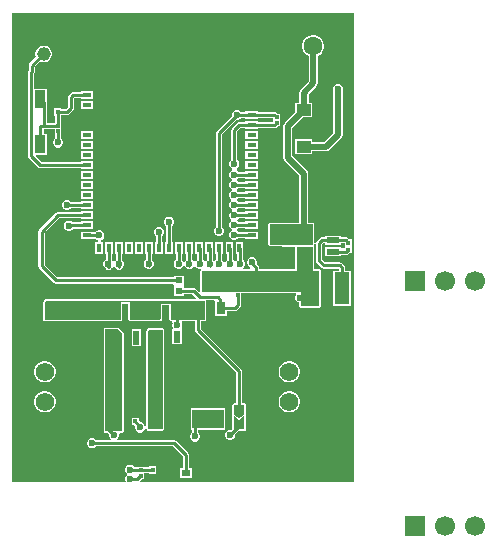
<source format=gbl>
G04*
G04 #@! TF.GenerationSoftware,Altium Limited,Altium Designer,24.2.2 (26)*
G04*
G04 Layer_Physical_Order=2*
G04 Layer_Color=16711680*
%FSLAX44Y44*%
%MOMM*%
G71*
G04*
G04 #@! TF.SameCoordinates,B64C3CBE-EE26-4C86-9773-21E75D238B38*
G04*
G04*
G04 #@! TF.FilePolarity,Positive*
G04*
G01*
G75*
%ADD10C,0.2540*%
%ADD36R,0.3240X0.3031*%
%ADD38C,0.5080*%
%ADD39C,1.6000*%
%ADD40R,1.7000X1.7000*%
%ADD41C,1.7000*%
%ADD42C,1.5748*%
%ADD43R,1.5748X1.5748*%
%ADD44C,1.1500*%
%ADD45C,1.5000*%
%ADD46C,0.6000*%
%ADD47R,1.2000X1.0000*%
%ADD48R,0.9000X1.5000*%
%AMCUSTOMSHAPE49*
4,1,5,0.4572,-0.1588,0.4572,0.5778,-0.4572,0.5778,-0.4572,-0.1588,0.0000,-0.5778,0.4572,-0.1588,0.0*%
%ADD49CUSTOMSHAPE49*%

%AMCUSTOMSHAPE50*
4,1,5,-0.4572,0.5525,-0.4572,-0.5525,0.4572,-0.5525,0.4572,0.5525,0.0000,0.1333,-0.4572,0.5525,0.0*%
%ADD50CUSTOMSHAPE50*%

%ADD51R,0.8000X1.0000*%
%ADD52R,0.7901X0.5400*%
%ADD53R,0.8000X0.4000*%
%ADD54R,0.4000X0.8000*%
%ADD55R,0.8000X0.8000*%
%ADD56R,1.2000X1.2000*%
%ADD57R,1.1000X0.5500*%
%ADD58R,1.3000X2.7200*%
%ADD59R,0.4900X1.1570*%
%ADD60R,0.4900X1.1750*%
%ADD61R,2.7000X1.6350*%
%ADD62R,0.9000X0.8000*%
%ADD63R,0.6000X1.0000*%
%ADD64R,0.8000X0.9000*%
%ADD65R,0.5400X0.5657*%
%ADD66R,0.3240X0.3684*%
%ADD67R,0.3684X0.3240*%
G36*
X332225Y171959D02*
X332225Y171958D01*
Y132588D01*
X332225Y132587D01*
Y91447D01*
X151320D01*
X150956Y92139D01*
X150865Y92717D01*
X152515Y94367D01*
X154528D01*
Y99431D01*
X158908D01*
Y98945D01*
X164688D01*
Y105169D01*
X158908D01*
Y104610D01*
X154528D01*
Y104769D01*
X151643D01*
X151392Y104819D01*
X146355D01*
X145298Y105876D01*
X143729Y106526D01*
X142030D01*
X140461Y105876D01*
X139260Y104675D01*
X138609Y103106D01*
Y101407D01*
X139260Y99838D01*
X139997Y99100D01*
X140374Y98410D01*
X140006Y97450D01*
X139382Y96827D01*
X138732Y95257D01*
Y93559D01*
X139080Y92717D01*
X138265Y91447D01*
X42679D01*
Y488689D01*
X332225D01*
Y171959D01*
D02*
G37*
%LPC*%
G36*
X70520Y461293D02*
X68672D01*
X66886Y460814D01*
X65286Y459890D01*
X63979Y458583D01*
X63054Y456982D01*
X62576Y455197D01*
Y453348D01*
X63028Y451661D01*
X57569Y446202D01*
X57008Y445362D01*
X56811Y444371D01*
Y439751D01*
X56789Y439719D01*
X56592Y438728D01*
Y367640D01*
X56789Y366648D01*
X57351Y365808D01*
X64935Y358224D01*
X65775Y357663D01*
X66766Y357465D01*
X100846D01*
Y356785D01*
X111386D01*
Y363325D01*
X100846D01*
Y362645D01*
X67839D01*
X62775Y367709D01*
X63301Y368979D01*
X72707D01*
Y386519D01*
X69526D01*
Y390861D01*
X78898D01*
Y385834D01*
X79198D01*
Y382671D01*
X78168Y381641D01*
X77518Y380071D01*
Y378373D01*
X78168Y376803D01*
X79369Y375602D01*
X80939Y374952D01*
X82637D01*
X84207Y375602D01*
X85408Y376803D01*
X86058Y378373D01*
Y380071D01*
X85408Y381641D01*
X84378Y382671D01*
Y385834D01*
X84678D01*
Y396237D01*
X84251D01*
Y401815D01*
X84424D01*
Y402337D01*
X89459D01*
X90450Y402534D01*
X91290Y403096D01*
X94541Y406347D01*
X95103Y407187D01*
X95300Y408178D01*
Y416503D01*
X95761Y416965D01*
X100846D01*
Y416285D01*
X111386D01*
Y422825D01*
X100846D01*
Y422144D01*
X94689D01*
X93698Y421947D01*
X92857Y421386D01*
X90879Y419407D01*
X90317Y418567D01*
X90120Y417576D01*
Y409251D01*
X88386Y407517D01*
X84424D01*
Y408039D01*
X78644D01*
Y401815D01*
X79071D01*
Y396237D01*
X78898D01*
Y396041D01*
X72186D01*
Y406977D01*
X72707D01*
Y424517D01*
X61772D01*
Y437924D01*
X61793Y437956D01*
X61990Y438947D01*
Y443298D01*
X66593Y447900D01*
X66886Y447731D01*
X68672Y447253D01*
X70520D01*
X72306Y447731D01*
X73906Y448655D01*
X75213Y449962D01*
X76138Y451563D01*
X76616Y453348D01*
Y455197D01*
X76138Y456982D01*
X75213Y458583D01*
X73906Y459890D01*
X72306Y460814D01*
X70520Y461293D01*
D02*
G37*
G36*
X111386Y414326D02*
X100846D01*
Y407786D01*
X111386D01*
Y414326D01*
D02*
G37*
G36*
X234021Y406860D02*
X232323D01*
X230753Y406210D01*
X229552Y405009D01*
X228902Y403439D01*
Y401982D01*
X216101Y389181D01*
X215539Y388341D01*
X215342Y387350D01*
Y307741D01*
X214312Y306711D01*
X213662Y305141D01*
Y303443D01*
X214312Y301873D01*
X215513Y300672D01*
X217083Y300022D01*
X218781D01*
X220351Y300672D01*
X221552Y301873D01*
X222202Y303443D01*
Y305141D01*
X221552Y306711D01*
X220522Y307741D01*
Y386277D01*
X232565Y398320D01*
X234021D01*
X235591Y398970D01*
X236603Y399982D01*
X240348D01*
Y399284D01*
X250888D01*
Y399965D01*
X263910D01*
X264064Y399811D01*
Y396666D01*
X264043Y396645D01*
X250888D01*
Y397326D01*
X240348D01*
Y396645D01*
X235306D01*
X234314Y396448D01*
X233474Y395887D01*
X229309Y391721D01*
X228747Y390881D01*
X228550Y389890D01*
Y364637D01*
X227520Y363607D01*
X226870Y362037D01*
Y360339D01*
X227520Y358769D01*
X228721Y357568D01*
X229360Y357303D01*
Y355929D01*
X228721Y355664D01*
X227520Y354463D01*
X226870Y352893D01*
Y351195D01*
X227520Y349625D01*
X228721Y348424D01*
X229054Y348286D01*
Y346912D01*
X228721Y346774D01*
X227520Y345573D01*
X226870Y344003D01*
Y342305D01*
X227520Y340735D01*
X228721Y339534D01*
X228747Y339523D01*
Y338149D01*
X228721Y338138D01*
X227520Y336937D01*
X226870Y335367D01*
Y333669D01*
X227520Y332099D01*
X228557Y331063D01*
X228649Y330327D01*
X228557Y329591D01*
X227520Y328555D01*
X226870Y326985D01*
Y325287D01*
X227520Y323717D01*
X228721Y322516D01*
X228747Y322505D01*
Y321131D01*
X228721Y321120D01*
X227520Y319919D01*
X226870Y318349D01*
Y316651D01*
X227520Y315081D01*
X228377Y314224D01*
X228597Y313436D01*
X228377Y312648D01*
X227520Y311791D01*
X226870Y310221D01*
Y308523D01*
X227520Y306953D01*
X228721Y305752D01*
X228747Y305741D01*
Y304367D01*
X228721Y304356D01*
X227520Y303155D01*
X226870Y301585D01*
Y299887D01*
X227520Y298317D01*
X228721Y297116D01*
X230291Y296466D01*
X231989D01*
X233559Y297116D01*
X234499Y298056D01*
X240348D01*
Y297286D01*
X250888D01*
Y303826D01*
X240348D01*
Y303236D01*
X234679D01*
X233559Y304356D01*
X233533Y304367D01*
Y305725D01*
X234437Y306623D01*
X240348D01*
Y305784D01*
X250888D01*
Y312325D01*
X240348D01*
Y311803D01*
X234748D01*
X233903Y312648D01*
X233683Y313436D01*
X233903Y314224D01*
X234617Y314938D01*
X240348D01*
Y314286D01*
X250888D01*
Y320826D01*
X240348D01*
Y320118D01*
X234561D01*
X233559Y321120D01*
X233533Y321131D01*
Y322505D01*
X233559Y322516D01*
X234548Y323506D01*
X240348D01*
Y322785D01*
X250888D01*
Y329325D01*
X240348D01*
Y328685D01*
X234629D01*
X233723Y329591D01*
X233631Y330327D01*
X233723Y331063D01*
X234608Y331947D01*
X240348D01*
Y331286D01*
X250888D01*
Y337826D01*
X240348D01*
Y337127D01*
X234570D01*
X233559Y338138D01*
X233533Y338149D01*
Y339523D01*
X233559Y339534D01*
X234539Y340515D01*
X240348D01*
Y339785D01*
X250888D01*
Y346325D01*
X240348D01*
Y345694D01*
X234638D01*
X233559Y346774D01*
X233226Y346912D01*
Y348286D01*
X233559Y348424D01*
X234345Y349210D01*
X240348D01*
Y348286D01*
X250888D01*
Y354826D01*
X240348D01*
Y354390D01*
X234790D01*
X234760Y354463D01*
X233559Y355664D01*
X232920Y355929D01*
Y357303D01*
X233559Y357568D01*
X234760Y358769D01*
X235410Y360339D01*
Y362037D01*
X234760Y363607D01*
X233730Y364637D01*
Y388817D01*
X236378Y391466D01*
X240348D01*
Y390786D01*
X250888D01*
Y391466D01*
X265116D01*
X266107Y391663D01*
X266947Y392224D01*
X267794Y393071D01*
X269844D01*
Y403473D01*
X267726D01*
X266814Y404386D01*
X265974Y404947D01*
X264983Y405144D01*
X250888D01*
Y405824D01*
X240348D01*
Y405162D01*
X236639D01*
X235591Y406210D01*
X234021Y406860D01*
D02*
G37*
G36*
X250888Y388824D02*
X240348D01*
Y382284D01*
X250888D01*
Y388824D01*
D02*
G37*
G36*
X111386D02*
X100846D01*
Y382284D01*
X111386D01*
Y388824D01*
D02*
G37*
G36*
X319619Y428704D02*
X317921D01*
X316351Y428054D01*
X315150Y426853D01*
X314500Y425283D01*
Y423585D01*
X314885Y422654D01*
Y387181D01*
X307250Y379546D01*
X297084D01*
Y381931D01*
X282544D01*
Y369391D01*
X297084D01*
Y371776D01*
X308859D01*
X310345Y372072D01*
X311606Y372914D01*
X321517Y382825D01*
X322359Y384085D01*
X322655Y385572D01*
Y422654D01*
X323040Y423585D01*
Y425283D01*
X322390Y426853D01*
X321189Y428054D01*
X319619Y428704D01*
D02*
G37*
G36*
X250888Y380325D02*
X240348D01*
Y373785D01*
X250888D01*
Y380325D01*
D02*
G37*
G36*
X111386D02*
X100846D01*
Y373785D01*
X111386D01*
Y380325D01*
D02*
G37*
G36*
X250888Y371824D02*
X240348D01*
Y365284D01*
X250888D01*
Y371824D01*
D02*
G37*
G36*
X111386D02*
X100846D01*
Y365284D01*
X111386D01*
Y371824D01*
D02*
G37*
G36*
X250888Y363325D02*
X240348D01*
Y356785D01*
X250888D01*
Y363325D01*
D02*
G37*
G36*
X111386Y354826D02*
X100846D01*
Y348286D01*
X111386D01*
Y354826D01*
D02*
G37*
G36*
Y346325D02*
X100846D01*
Y339785D01*
X111386D01*
Y346325D01*
D02*
G37*
G36*
Y337826D02*
X100846D01*
Y331286D01*
X111386D01*
Y337826D01*
D02*
G37*
G36*
X90257Y330660D02*
X88559D01*
X86989Y330010D01*
X85788Y328809D01*
X85138Y327239D01*
Y325541D01*
X85788Y323971D01*
X86989Y322770D01*
X88559Y322120D01*
X90257D01*
X91827Y322770D01*
X92689Y323633D01*
X100846D01*
Y322785D01*
X111386D01*
Y329325D01*
X100846D01*
Y328812D01*
X93025D01*
X91827Y330010D01*
X90257Y330660D01*
D02*
G37*
G36*
X299096Y470026D02*
X296656D01*
X294298Y469394D01*
X292184Y468174D01*
X290458Y466448D01*
X289238Y464334D01*
X288606Y461976D01*
Y459536D01*
X289238Y457178D01*
X290458Y455064D01*
X292184Y453338D01*
X293991Y452295D01*
Y430803D01*
X287321Y424133D01*
X286479Y422873D01*
X286183Y421386D01*
Y412929D01*
X282544D01*
Y404883D01*
X273605Y395944D01*
X272763Y394684D01*
X272467Y393197D01*
Y366268D01*
X272763Y364781D01*
X273605Y363521D01*
X285929Y351197D01*
Y311312D01*
X261562D01*
X261310Y311208D01*
X261036D01*
X260840Y311126D01*
X260647Y310933D01*
X260394Y310828D01*
X260289Y310576D01*
X260096Y310382D01*
Y310109D01*
X259991Y309856D01*
Y292608D01*
X260192Y292124D01*
X260388Y291642D01*
X260392Y291640D01*
X260394Y291636D01*
X260878Y291436D01*
X261358Y291233D01*
X281817Y291115D01*
X282343Y290322D01*
Y272023D01*
X251764D01*
Y273384D01*
X251567Y274375D01*
X251005Y275215D01*
X249939Y276282D01*
X250142Y276773D01*
Y278471D01*
X249492Y280041D01*
X248291Y281242D01*
X246721Y281892D01*
X245023D01*
X243453Y281242D01*
X242252Y280041D01*
X241602Y278471D01*
Y276773D01*
X242252Y275203D01*
X243453Y274002D01*
X245023Y273352D01*
X245026Y273293D01*
X243832Y272023D01*
X238871D01*
X238437Y273293D01*
X239332Y274187D01*
X239982Y275757D01*
Y277455D01*
X239332Y279025D01*
X238131Y280226D01*
X238129Y280227D01*
Y284534D01*
X238637D01*
Y295074D01*
X232097D01*
Y284534D01*
X232950D01*
Y279882D01*
X232257Y279189D01*
X231521Y279097D01*
X230786Y279189D01*
X229749Y280226D01*
X229689Y280251D01*
Y284534D01*
X230138D01*
Y295074D01*
X223598D01*
Y284534D01*
X224509D01*
Y279824D01*
X223710Y279025D01*
X223445Y278386D01*
X222071D01*
X221806Y279025D01*
X220866Y279965D01*
Y284534D01*
X221636D01*
Y295074D01*
X215096D01*
Y284534D01*
X215686D01*
Y280145D01*
X215079Y279537D01*
X214249Y279167D01*
X213419Y279537D01*
X212731Y280226D01*
X212680Y280247D01*
Y284534D01*
X213137D01*
Y295074D01*
X206597D01*
Y284534D01*
X207500D01*
Y279833D01*
X206856Y279189D01*
X206121Y279097D01*
X205385Y279189D01*
X204349Y280226D01*
X204238Y280272D01*
Y284534D01*
X204636D01*
Y295074D01*
X198096D01*
Y284534D01*
X199058D01*
Y279773D01*
X198310Y279025D01*
X198172Y278692D01*
X196798D01*
X196660Y279025D01*
X195543Y280141D01*
Y284534D01*
X196137D01*
Y295074D01*
X189597D01*
Y284534D01*
X190364D01*
Y279968D01*
X189420Y279025D01*
X189155Y278386D01*
X187781D01*
X187516Y279025D01*
X186721Y279820D01*
Y284534D01*
X187636D01*
Y295074D01*
X181096D01*
Y284534D01*
X181541D01*
Y280252D01*
X181477Y280226D01*
X180276Y279025D01*
X179626Y277455D01*
Y275757D01*
X180276Y274187D01*
X181477Y272986D01*
X183047Y272336D01*
X184745D01*
X186315Y272986D01*
X187516Y274187D01*
X187781Y274826D01*
X189155D01*
X189420Y274187D01*
X190621Y272986D01*
X191209Y272743D01*
X192049Y272181D01*
X193040Y271984D01*
X194031Y272181D01*
X194871Y272743D01*
X195459Y272986D01*
X196660Y274187D01*
X196798Y274520D01*
X198172D01*
X198310Y274187D01*
X199511Y272986D01*
X201081Y272336D01*
X202162D01*
X202522Y271892D01*
X202773Y271080D01*
X202403Y269964D01*
X202419Y269739D01*
X202333Y269531D01*
Y253492D01*
X202351Y253450D01*
X201274Y252730D01*
X198427Y255577D01*
X197587Y256139D01*
X196596Y256336D01*
X189018D01*
X188120Y257234D01*
Y257844D01*
X188120Y259114D01*
Y266501D01*
X180180D01*
Y264992D01*
X81316D01*
X70408Y275901D01*
Y302711D01*
X82861Y315164D01*
X100846D01*
Y314286D01*
X111386D01*
Y320826D01*
X100846D01*
Y320344D01*
X81788D01*
X80797Y320147D01*
X79957Y319585D01*
X65987Y305615D01*
X65425Y304775D01*
X65228Y303784D01*
Y274828D01*
X65425Y273837D01*
X65987Y272997D01*
X78412Y260571D01*
X79253Y260010D01*
X80244Y259813D01*
X179282D01*
X180180Y258915D01*
Y258304D01*
X180180Y257034D01*
Y249648D01*
X188120D01*
Y251156D01*
X195523D01*
X198918Y247762D01*
X198432Y246588D01*
X71270D01*
X70992Y246473D01*
X70692Y246461D01*
X70525Y246280D01*
X70298Y246186D01*
X70183Y245908D01*
X69980Y245687D01*
X69575Y244584D01*
X69585Y244338D01*
X69491Y244111D01*
Y229108D01*
X69894Y228136D01*
X70866Y227733D01*
X133972D01*
X134346Y227888D01*
X134743Y227970D01*
X135735Y228642D01*
X135810Y228755D01*
X135936Y228808D01*
X136091Y229182D01*
X136314Y229520D01*
X136286Y229654D01*
X136339Y229780D01*
X136339Y230378D01*
Y242515D01*
X141029D01*
Y230378D01*
X141029Y229780D01*
X141081Y229654D01*
X141054Y229520D01*
X141277Y229182D01*
X141432Y228808D01*
X141558Y228755D01*
X141633Y228642D01*
X142625Y227970D01*
X143022Y227888D01*
X143396Y227733D01*
X168474D01*
X168846Y227887D01*
X169241Y227967D01*
X169318Y228083D01*
X169446Y228136D01*
X169600Y228508D01*
X169823Y228844D01*
X170053Y230019D01*
X170026Y230154D01*
X170079Y230282D01*
X170079Y230378D01*
X170079Y230378D01*
X170079Y230378D01*
Y241448D01*
X175869D01*
Y230378D01*
X175869Y230378D01*
X175869Y230378D01*
X175869Y230282D01*
X175922Y230154D01*
X175895Y230019D01*
X176125Y228844D01*
X176348Y228508D01*
X176502Y228136D01*
X176630Y228083D01*
X176707Y227967D01*
X177102Y227887D01*
X177474Y227733D01*
X178243D01*
X178555Y227310D01*
X178908Y226463D01*
X178356Y225131D01*
Y223433D01*
X178912Y222091D01*
X178389Y220821D01*
X178204D01*
Y208281D01*
X186744D01*
Y220821D01*
X186744D01*
X186340Y222091D01*
X186896Y223433D01*
Y225131D01*
X186344Y226463D01*
X186873Y227733D01*
X197968D01*
Y220212D01*
X198165Y219221D01*
X198727Y218381D01*
X232590Y184517D01*
Y158417D01*
X230608D01*
X229636Y158014D01*
X229233Y157042D01*
Y149676D01*
X229246Y149647D01*
X229235Y149617D01*
X229595Y148700D01*
X229424Y148232D01*
X229233Y147771D01*
Y136772D01*
X228304Y135842D01*
X226847D01*
X225277Y135192D01*
X224076Y133991D01*
X223426Y132421D01*
Y130723D01*
X224076Y129153D01*
X225277Y127952D01*
X226847Y127302D01*
X228545D01*
X230115Y127952D01*
X231316Y129153D01*
X231966Y130723D01*
Y132179D01*
X235134Y135348D01*
X239752D01*
X240724Y135750D01*
X241127Y136722D01*
Y147771D01*
X240936Y148232D01*
X240765Y148700D01*
X241125Y149617D01*
X241114Y149647D01*
X241127Y149676D01*
Y157042D01*
X240724Y158014D01*
X239752Y158417D01*
X237770D01*
Y185590D01*
X237573Y186581D01*
X237011Y187421D01*
X203148Y221285D01*
Y227733D01*
X205828D01*
X206800Y228136D01*
X207203Y229108D01*
Y245214D01*
X207439Y245568D01*
X213165D01*
X214288Y245214D01*
Y232674D01*
X224828D01*
Y236354D01*
X231324D01*
X232315Y236551D01*
X233155Y237113D01*
X235765Y239723D01*
X236327Y240563D01*
X236524Y241554D01*
Y247399D01*
X236824D01*
Y251609D01*
X282891D01*
X283417Y250339D01*
X283400Y250323D01*
X282750Y248753D01*
Y247055D01*
X283400Y245485D01*
X284601Y244284D01*
X285899Y243746D01*
Y240792D01*
X286302Y239820D01*
X287274Y239417D01*
X303022D01*
X303994Y239820D01*
X304029Y239904D01*
X304106Y239936D01*
X304508Y240908D01*
Y270648D01*
X304106Y271620D01*
X304029Y271652D01*
X303994Y271736D01*
X303022Y272139D01*
X298809D01*
Y290322D01*
X298406Y291294D01*
X298511Y292327D01*
X298712Y292811D01*
X298914Y293295D01*
X300082Y293286D01*
X300178Y293285D01*
X300178Y292867D01*
Y278892D01*
X300375Y277901D01*
X300937Y277061D01*
X304747Y273251D01*
X305587Y272689D01*
X306578Y272492D01*
X319221D01*
X319482Y272231D01*
Y270648D01*
X314594D01*
Y240908D01*
X330134D01*
Y270648D01*
X324662D01*
Y273304D01*
X324465Y274295D01*
X323903Y275135D01*
X322125Y276913D01*
X321285Y277475D01*
X320294Y277672D01*
X307651D01*
X305358Y279965D01*
Y293059D01*
X306127Y293828D01*
X307997D01*
Y292398D01*
X321537D01*
Y293828D01*
X324473D01*
X324770Y293531D01*
Y289508D01*
X321537D01*
Y290938D01*
X307997D01*
Y282898D01*
X321537D01*
Y284329D01*
X326206D01*
X327197Y284526D01*
X328037Y285087D01*
X328433Y285483D01*
X330550D01*
Y297193D01*
X328433D01*
X327377Y298249D01*
X326536Y298811D01*
X325545Y299008D01*
X321537D01*
Y300438D01*
X307997D01*
Y299008D01*
X305054D01*
X304063Y298811D01*
X303223Y298249D01*
X300937Y295963D01*
X300375Y295123D01*
X300257Y294527D01*
X300178Y294132D01*
X298914Y294145D01*
X298914Y294561D01*
Y309938D01*
X298511Y310910D01*
X297539Y311312D01*
X293699D01*
Y352806D01*
X293403Y354293D01*
X292561Y355553D01*
X280237Y367877D01*
Y391588D01*
X289038Y400389D01*
X297084D01*
Y412929D01*
X293953D01*
Y419777D01*
X300623Y426447D01*
X301465Y427707D01*
X301761Y429194D01*
Y452295D01*
X303568Y453338D01*
X305294Y455064D01*
X306514Y457178D01*
X307146Y459536D01*
Y461976D01*
X306514Y464334D01*
X305294Y466448D01*
X303568Y468174D01*
X301454Y469394D01*
X299096Y470026D01*
D02*
G37*
G36*
X91646Y313115D02*
X89948D01*
X88378Y312465D01*
X87177Y311264D01*
X86527Y309694D01*
Y307995D01*
X87177Y306426D01*
X88378Y305225D01*
X89948Y304575D01*
X91646D01*
X93216Y305225D01*
X94351Y306360D01*
X100846D01*
Y305784D01*
X111386D01*
Y312325D01*
X100846D01*
Y311539D01*
X94141D01*
X93216Y312465D01*
X91646Y313115D01*
D02*
G37*
G36*
X117689Y304752D02*
X115991D01*
X114421Y304102D01*
X113428Y303109D01*
X111386D01*
Y303826D01*
X100846D01*
Y297286D01*
X111386D01*
Y297929D01*
X113354D01*
X114421Y296862D01*
X115672Y296344D01*
X115420Y295074D01*
X113098D01*
Y284534D01*
X119638D01*
Y295074D01*
X118260D01*
X118008Y296344D01*
X119259Y296862D01*
X120460Y298063D01*
X121110Y299633D01*
Y301331D01*
X120460Y302901D01*
X119259Y304102D01*
X117689Y304752D01*
D02*
G37*
G36*
X176617Y316436D02*
X174919D01*
X173349Y315786D01*
X172148Y314585D01*
X171498Y313015D01*
Y311317D01*
X172148Y309747D01*
X173277Y308618D01*
Y295074D01*
X172597D01*
Y284534D01*
X179137D01*
Y295074D01*
X178457D01*
Y308816D01*
X179388Y309747D01*
X180038Y311317D01*
Y313015D01*
X179388Y314585D01*
X178187Y315786D01*
X176617Y316436D01*
D02*
G37*
G36*
X167981Y307546D02*
X166283D01*
X164713Y306896D01*
X163512Y305695D01*
X162862Y304125D01*
Y302427D01*
X163512Y300857D01*
X164713Y299656D01*
X164778Y299629D01*
Y295074D01*
X164098D01*
Y284534D01*
X170638D01*
Y295074D01*
X169958D01*
Y300063D01*
X170752Y300857D01*
X171402Y302427D01*
Y304125D01*
X170752Y305695D01*
X169551Y306896D01*
X167981Y307546D01*
D02*
G37*
G36*
X153638Y295074D02*
X147098D01*
Y284534D01*
X153638D01*
Y295074D01*
D02*
G37*
G36*
X145137D02*
X138597D01*
Y284534D01*
X145137D01*
Y295074D01*
D02*
G37*
G36*
X136638D02*
X130098D01*
Y284534D01*
X130769D01*
Y280064D01*
X129730Y279025D01*
X129592Y278692D01*
X128218D01*
X128080Y279025D01*
X127253Y279852D01*
Y284534D01*
X128136D01*
Y295074D01*
X121596D01*
Y284534D01*
X122073D01*
Y280239D01*
X122041Y280226D01*
X120840Y279025D01*
X120190Y277455D01*
Y275757D01*
X120840Y274187D01*
X122033Y272994D01*
X122067Y272821D01*
X122629Y271981D01*
X123469Y271419D01*
X124460Y271222D01*
X125451Y271419D01*
X126291Y271981D01*
X126494Y272184D01*
X127056Y273024D01*
X127090Y273198D01*
X128080Y274187D01*
X128218Y274520D01*
X129592D01*
X129730Y274187D01*
X130931Y272986D01*
X131049Y272937D01*
X131519Y272235D01*
X132359Y271673D01*
X133350Y271476D01*
X134341Y271673D01*
X135181Y272235D01*
X135190Y272244D01*
X135655Y272939D01*
X135769Y272986D01*
X136970Y274187D01*
X137620Y275757D01*
Y277455D01*
X136970Y279025D01*
X135949Y280046D01*
Y284534D01*
X136638D01*
Y295074D01*
D02*
G37*
G36*
X162137D02*
X155597D01*
Y284534D01*
X156092D01*
Y280232D01*
X156077Y280226D01*
X154876Y279025D01*
X154226Y277455D01*
Y275757D01*
X154876Y274187D01*
X156077Y272986D01*
X157647Y272336D01*
X158005D01*
X158496Y272238D01*
X158988Y272336D01*
X159345D01*
X160915Y272986D01*
X162116Y274187D01*
X162766Y275757D01*
Y277455D01*
X162116Y279025D01*
X161271Y279869D01*
Y284534D01*
X162137D01*
Y295074D01*
D02*
G37*
G36*
X151904Y220906D02*
X144464D01*
Y206616D01*
X151904D01*
Y220906D01*
D02*
G37*
G36*
X278826Y194310D02*
X276418D01*
X274093Y193687D01*
X272008Y192483D01*
X270305Y190781D01*
X269101Y188696D01*
X268478Y186370D01*
Y183962D01*
X269101Y181637D01*
X270305Y179552D01*
X272008Y177849D01*
X274093Y176645D01*
X276418Y176022D01*
X278826D01*
X281152Y176645D01*
X283237Y177849D01*
X284939Y179552D01*
X286143Y181637D01*
X286766Y183962D01*
Y186370D01*
X286143Y188696D01*
X284939Y190781D01*
X283237Y192483D01*
X281152Y193687D01*
X278826Y194310D01*
D02*
G37*
G36*
X71816D02*
X69408D01*
X67083Y193687D01*
X64998Y192483D01*
X63295Y190781D01*
X62091Y188696D01*
X61468Y186370D01*
Y183962D01*
X62091Y181637D01*
X63295Y179552D01*
X64998Y177849D01*
X67083Y176645D01*
X69408Y176022D01*
X71816D01*
X74142Y176645D01*
X76227Y177849D01*
X77929Y179552D01*
X79133Y181637D01*
X79756Y183962D01*
Y186370D01*
X79133Y188696D01*
X77929Y190781D01*
X76227Y192483D01*
X74142Y193687D01*
X71816Y194310D01*
D02*
G37*
G36*
X278826Y168910D02*
X276418D01*
X274093Y168287D01*
X272008Y167083D01*
X270305Y165380D01*
X269101Y163295D01*
X268478Y160970D01*
Y158562D01*
X269101Y156236D01*
X270305Y154151D01*
X272008Y152449D01*
X274093Y151245D01*
X276418Y150622D01*
X278826D01*
X281152Y151245D01*
X283237Y152449D01*
X284939Y154151D01*
X286143Y156236D01*
X286766Y158562D01*
Y160970D01*
X286143Y163295D01*
X284939Y165380D01*
X283237Y167083D01*
X281152Y168287D01*
X278826Y168910D01*
D02*
G37*
G36*
X71816D02*
X69408D01*
X67083Y168287D01*
X64998Y167083D01*
X63295Y165380D01*
X62091Y163295D01*
X61468Y160970D01*
Y158562D01*
X62091Y156236D01*
X63295Y154151D01*
X64998Y152449D01*
X67083Y151245D01*
X69408Y150622D01*
X71816D01*
X74142Y151245D01*
X76227Y152449D01*
X77929Y154151D01*
X79133Y156236D01*
X79756Y158562D01*
Y160970D01*
X79133Y163295D01*
X77929Y165380D01*
X76227Y167083D01*
X74142Y168287D01*
X71816Y168910D01*
D02*
G37*
G36*
X159204Y222196D02*
X158232Y221793D01*
Y221793D01*
X157016Y220577D01*
X156613Y219605D01*
X156613Y219605D01*
Y139774D01*
X155343Y139521D01*
X155004Y140341D01*
X153803Y141542D01*
X152233Y142192D01*
X151767D01*
X149956Y144003D01*
Y145912D01*
X144176D01*
Y140341D01*
X146293D01*
X147333Y139301D01*
X147114Y138771D01*
Y137073D01*
X147764Y135503D01*
X148965Y134302D01*
X150535Y133652D01*
X152233D01*
X153803Y134302D01*
X155004Y135503D01*
X155412Y136487D01*
X155665Y136522D01*
X156734Y136361D01*
X157016Y135680D01*
X157988Y135277D01*
X170180D01*
X171152Y135680D01*
X171406Y135934D01*
X171809Y136906D01*
X171809Y136906D01*
Y139096D01*
X171643Y139496D01*
Y144476D01*
X171809Y144876D01*
Y220726D01*
X171406Y221698D01*
X170434Y222101D01*
X167974D01*
X167744Y222196D01*
X167744Y222196D01*
X159205D01*
X159204Y222196D01*
D02*
G37*
G36*
X132831Y222355D02*
X132831Y222355D01*
X121920D01*
X120948Y221952D01*
X120545Y220980D01*
Y134874D01*
X120948Y133902D01*
X121920Y133499D01*
X123696D01*
X125016Y132179D01*
Y130723D01*
X125666Y129153D01*
X126500Y128320D01*
X125980Y127050D01*
X113939D01*
X112909Y128080D01*
X111339Y128730D01*
X109641D01*
X108071Y128080D01*
X106870Y126879D01*
X106220Y125309D01*
Y123611D01*
X106870Y122041D01*
X108071Y120840D01*
X109641Y120190D01*
X111339D01*
X112909Y120840D01*
X113939Y121870D01*
X179267D01*
X187773Y113365D01*
Y103284D01*
X185142D01*
Y95344D01*
X195583D01*
Y103284D01*
X192952D01*
Y114437D01*
X192755Y115428D01*
X192194Y116269D01*
X182171Y126291D01*
X181331Y126853D01*
X180340Y127050D01*
X132592D01*
X132072Y128320D01*
X132906Y129153D01*
X133556Y130723D01*
Y132421D01*
X133547Y132443D01*
X134253Y133499D01*
X135890D01*
X136862Y133902D01*
X137265Y134874D01*
Y217921D01*
X137265Y217921D01*
X136862Y218893D01*
X133803Y221952D01*
X132831Y222355D01*
D02*
G37*
G36*
X223558Y154545D02*
X194018D01*
Y135655D01*
X195106D01*
Y133751D01*
X194076Y132721D01*
X193426Y131151D01*
Y129453D01*
X194076Y127883D01*
X195277Y126682D01*
X196847Y126032D01*
X198545D01*
X200115Y126682D01*
X201316Y127883D01*
X201966Y129453D01*
Y131151D01*
X201316Y132721D01*
X200286Y133751D01*
Y135655D01*
X223558D01*
Y154545D01*
D02*
G37*
%LPD*%
G36*
X297539Y293299D02*
X296638Y292403D01*
X261366Y292608D01*
Y309856D01*
X261562Y309938D01*
X297539D01*
Y293299D01*
D02*
G37*
G36*
X297434Y270764D02*
X303022D01*
Y270648D01*
X303134D01*
Y240908D01*
X303022D01*
Y240792D01*
X287274D01*
Y252730D01*
X287020Y252984D01*
X204216D01*
X203708Y253492D01*
Y269531D01*
X204078Y270648D01*
X283718D01*
Y290322D01*
X297434D01*
Y270764D01*
D02*
G37*
G36*
X205828Y229108D02*
X177474D01*
X177244Y230283D01*
X177244Y230378D01*
Y242823D01*
X168704D01*
Y230378D01*
X168704Y230283D01*
X168474Y229108D01*
X143396D01*
X142404Y229780D01*
X142404Y230378D01*
Y243890D01*
X134964D01*
Y230378D01*
X134964Y229780D01*
X133972Y229108D01*
X70866D01*
Y244111D01*
X71270Y245214D01*
X205828D01*
Y229108D01*
D02*
G37*
G36*
X167840Y220726D02*
X170434D01*
Y144876D01*
X170268D01*
Y139096D01*
X170434D01*
Y136906D01*
X170180Y136652D01*
X157988D01*
Y219605D01*
X159204Y220821D01*
X167744D01*
X167840Y220726D01*
D02*
G37*
G36*
X135890Y217921D02*
Y134874D01*
X121920D01*
Y220980D01*
X132831D01*
X135890Y217921D01*
D02*
G37*
D10*
X287020Y247904D02*
X287490D01*
X295364Y255778D01*
X59401Y438947D02*
Y444371D01*
X69303Y454273D02*
X69596D01*
X59401Y444371D02*
X69303Y454273D01*
X190363Y99314D02*
Y114437D01*
X180340Y124460D02*
X190363Y114437D01*
X69596Y393451D02*
X81788D01*
X66937Y415747D02*
X69596Y413088D01*
Y393451D02*
Y413088D01*
X66942Y393451D02*
X69596D01*
X182474Y234553D02*
X182550Y234477D01*
Y224358D02*
Y234477D01*
Y224358D02*
X182626Y224282D01*
X182474Y234553D02*
Y236553D01*
X162814Y146892D02*
Y147828D01*
Y146892D02*
X163740Y145966D01*
Y145918D02*
X167672Y141986D01*
X163740Y145918D02*
Y145966D01*
X167672Y141986D02*
X167894D01*
X150722Y138584D02*
X151384Y137922D01*
X150722Y138584D02*
Y139575D01*
X147170Y143126D02*
X150722Y139575D01*
X200558Y220212D02*
Y238944D01*
Y220212D02*
X235180Y185590D01*
Y151264D02*
Y185590D01*
X245872Y276686D02*
X249174Y273384D01*
X245872Y276686D02*
Y277622D01*
X249174Y259364D02*
Y273384D01*
X217932Y387350D02*
X233172Y402590D01*
X217932Y304292D02*
Y387350D01*
X233190Y402572D02*
X245600D01*
X233172Y402590D02*
X233190Y402572D01*
X245600D02*
X245618Y402554D01*
X175867Y289804D02*
Y312067D01*
X175768Y312166D02*
X175867Y312067D01*
X81788Y379222D02*
Y388620D01*
X59182Y438728D02*
X59401Y438947D01*
X59182Y367640D02*
X66766Y360055D01*
X59182Y367640D02*
Y438728D01*
X66766Y360055D02*
X106116D01*
X94689Y419555D02*
X106116D01*
X92710Y417576D02*
X94689Y419555D01*
X92710Y408178D02*
Y417576D01*
X89459Y404927D02*
X92710Y408178D01*
X81534Y404927D02*
X89459D01*
X66937Y377749D02*
Y393446D01*
X66942Y393451D01*
X81661Y393578D02*
Y404800D01*
X81534Y404927D02*
X81661Y404800D01*
Y393578D02*
X81788Y393451D01*
X197612Y138449D02*
X197696Y138365D01*
Y130302D02*
Y138365D01*
X231140Y361188D02*
Y389890D01*
X235306Y394056D01*
X245618D01*
X106011Y308950D02*
X106116Y309055D01*
X90902Y308950D02*
X106011D01*
X90797Y308845D02*
X90902Y308950D01*
X124415Y136443D02*
Y139694D01*
X124155Y139954D02*
X124415Y139694D01*
Y136443D02*
X129286Y131572D01*
X116803Y300519D02*
X116840Y300482D01*
X106116Y300556D02*
X106153Y300519D01*
X116803D01*
X124663Y289601D02*
X124866Y289804D01*
X124663Y274015D02*
Y289601D01*
X124460Y273812D02*
X124663Y274015D01*
X110490Y124460D02*
X180340D01*
X133350Y274066D02*
X133359Y274075D01*
Y289795D02*
X133368Y289804D01*
X133359Y274075D02*
Y289795D01*
X158496Y274828D02*
X158681Y275013D01*
Y289618D02*
X158867Y289804D01*
X158681Y275013D02*
Y289618D01*
X147066Y143126D02*
X147170D01*
X184131Y289569D02*
X184366Y289804D01*
X184131Y275317D02*
Y289569D01*
X183896Y275082D02*
X184131Y275317D01*
X192954Y274660D02*
X193040Y274574D01*
X192867Y289804D02*
X192954Y289718D01*
Y274660D02*
Y289718D01*
X201648Y276126D02*
Y289522D01*
X201366Y289804D02*
X201648Y289522D01*
Y276126D02*
X201930Y275844D01*
X210090Y275050D02*
Y289582D01*
Y275050D02*
X210312Y274828D01*
X209867Y289804D02*
X210090Y289582D01*
X218186Y276352D02*
X218276Y276442D01*
Y289714D02*
X218366Y289804D01*
X218276Y276442D02*
Y289714D01*
X226868Y289804D02*
X227099Y289573D01*
Y275821D02*
Y289573D01*
Y275821D02*
X227330Y275590D01*
X197612Y138449D02*
X204263Y145100D01*
X235539Y276779D02*
X235712Y276606D01*
X235367Y289804D02*
X235539Y289631D01*
Y276779D02*
Y289631D01*
X105918Y317754D02*
X106116Y317556D01*
X81788Y317754D02*
X105918D01*
X67818Y303784D02*
X81788Y317754D01*
X67818Y274828D02*
Y303784D01*
Y274828D02*
X80244Y262402D01*
X184150D01*
X245528Y300646D02*
X245618Y300556D01*
X230722Y300646D02*
X245528D01*
X230632Y300736D02*
X230722Y300646D01*
X231553Y309213D02*
X245459D01*
X231394Y309372D02*
X231553Y309213D01*
X245459D02*
X245618Y309055D01*
X227696Y131572D02*
X235180Y139056D01*
Y142247D01*
X231394Y326136D02*
X231435Y326095D01*
X245577D02*
X245618Y326055D01*
X231435Y326095D02*
X245577D01*
X231902Y317500D02*
X231930Y317528D01*
X245590D02*
X245618Y317556D01*
X231930Y317528D02*
X245590D01*
X231667Y334537D02*
X245599D01*
X245374Y351800D02*
X245618Y351556D01*
X231140Y352044D02*
X231384Y351800D01*
X245374D01*
X231952Y343105D02*
X245569D01*
X231902Y343154D02*
X231952Y343105D01*
X231648Y334518D02*
X231667Y334537D01*
X245599D02*
X245618Y334556D01*
X245569Y343105D02*
X245618Y343055D01*
X204263Y145100D02*
X208788D01*
X151288Y96802D02*
Y96907D01*
X143002Y94408D02*
X148893D01*
X151534Y97153D02*
X151638D01*
X151288Y96907D02*
X151534Y97153D01*
X148893Y94408D02*
X151288Y96802D01*
X142879Y102256D02*
X142881Y102255D01*
X151392Y102229D02*
X151638Y101983D01*
X142881Y102229D02*
X151392D01*
X142881D02*
Y102255D01*
X161761Y102020D02*
X161798Y102057D01*
X151675Y102020D02*
X161761D01*
X151638Y101983D02*
X151675Y102020D01*
X167368Y289804D02*
Y302786D01*
X167132Y303022D02*
X167368Y302786D01*
X167132Y303022D02*
Y303276D01*
X245618Y394056D02*
X265116D01*
X266604Y395544D02*
Y395611D01*
X266850Y395857D02*
X266954D01*
X265116Y394056D02*
X266604Y395544D01*
Y395611D02*
X266850Y395857D01*
X245618Y402554D02*
X264983D01*
X266850Y400687D01*
X266954D01*
X89576Y326222D02*
X105948D01*
X89408Y326390D02*
X89576Y326222D01*
X105948D02*
X106116Y326055D01*
X219558Y238944D02*
X231324D01*
X233934Y241554D02*
Y250185D01*
X231324Y238944D02*
X233934Y241554D01*
X219202Y239300D02*
Y245872D01*
Y239300D02*
X219558Y238944D01*
X202184Y248158D02*
X216916D01*
X219202Y245872D01*
X184150Y253746D02*
X196596D01*
X202184Y248158D01*
X322072Y256070D02*
Y273304D01*
Y256070D02*
X322364Y255778D01*
X320294Y275082D02*
X322072Y273304D01*
X306578Y275082D02*
X320294D01*
X302768Y278892D02*
Y294132D01*
Y278892D02*
X306578Y275082D01*
X302768Y294132D02*
X305054Y296418D01*
X314767D01*
Y286918D02*
X326206D01*
X327660Y288373D01*
Y288595D01*
X325545Y296418D02*
X327660Y294303D01*
X314767Y296418D02*
X325545D01*
X327660Y294081D02*
Y294303D01*
D36*
X233934Y250185D02*
D03*
Y255016D02*
D03*
X266954Y395857D02*
D03*
Y400687D02*
D03*
X81788Y393451D02*
D03*
Y388620D02*
D03*
X151638Y97153D02*
D03*
Y101983D02*
D03*
X147066Y143126D02*
D03*
Y147957D02*
D03*
D38*
X318770Y385572D02*
Y424434D01*
X308859Y375661D02*
X318770Y385572D01*
X289814Y375661D02*
X308859D01*
X289814Y306128D02*
X290024Y305918D01*
X290769D01*
X289814Y306128D02*
Y352806D01*
X276352Y366268D02*
X289814Y352806D01*
X276352Y366268D02*
Y393197D01*
X286354Y404199D02*
X288814Y406659D01*
X286354Y403199D02*
Y404199D01*
X288814Y406659D02*
X289814D01*
X276352Y393197D02*
X286354Y403199D01*
X290068Y406913D02*
Y421386D01*
X289814Y406659D02*
X290068Y406913D01*
Y421386D02*
X297876Y429194D01*
Y460756D01*
D39*
X277876D02*
D03*
X297876D02*
D03*
D40*
X383794Y261874D02*
D03*
Y54610D02*
D03*
D41*
X409194Y261874D02*
D03*
X434594D02*
D03*
X409194Y54610D02*
D03*
X434594D02*
D03*
D42*
X277622Y185166D02*
D03*
Y159766D02*
D03*
X70612Y185166D02*
D03*
Y159766D02*
D03*
D43*
X277622Y134366D02*
D03*
X70612D02*
D03*
D44*
X69596Y454273D02*
D03*
Y469271D02*
D03*
D45*
X274574Y344678D02*
D03*
X74422D02*
D03*
D46*
X287020Y247904D02*
D03*
X76454Y425450D02*
D03*
X84074D02*
D03*
Y432816D02*
D03*
X76454D02*
D03*
X47244Y138938D02*
D03*
X54864D02*
D03*
Y146304D02*
D03*
X47244D02*
D03*
Y124714D02*
D03*
X54864D02*
D03*
Y132080D02*
D03*
X47244D02*
D03*
X49022Y228854D02*
D03*
X56642D02*
D03*
Y236220D02*
D03*
X49022D02*
D03*
X298704Y126492D02*
D03*
Y118618D02*
D03*
X298675Y134183D02*
D03*
Y141803D02*
D03*
X306832Y141732D02*
D03*
Y134112D02*
D03*
Y118364D02*
D03*
Y126238D02*
D03*
X93726Y165354D02*
D03*
X101346D02*
D03*
X93726Y172466D02*
D03*
X101346D02*
D03*
X93726Y180340D02*
D03*
X101346D02*
D03*
X273050Y104394D02*
D03*
X280670D02*
D03*
X257556D02*
D03*
X265176D02*
D03*
X243332D02*
D03*
X250190D02*
D03*
X166624Y254000D02*
D03*
X174244D02*
D03*
X143510Y254254D02*
D03*
X151130D02*
D03*
X94488Y195580D02*
D03*
X102108D02*
D03*
Y188214D02*
D03*
X94488D02*
D03*
X49022Y222504D02*
D03*
X56642D02*
D03*
Y215138D02*
D03*
X49022D02*
D03*
X94488Y210566D02*
D03*
X102108D02*
D03*
Y203200D02*
D03*
X94488D02*
D03*
X298704Y338074D02*
D03*
X306324D02*
D03*
Y330708D02*
D03*
X298704D02*
D03*
X316230Y441960D02*
D03*
X323850D02*
D03*
Y434594D02*
D03*
X316230D02*
D03*
X276098Y425450D02*
D03*
Y418084D02*
D03*
X262636Y425450D02*
D03*
X270256D02*
D03*
Y418084D02*
D03*
X262636D02*
D03*
X51054Y315722D02*
D03*
X58674D02*
D03*
Y308356D02*
D03*
X51054D02*
D03*
X50800Y330454D02*
D03*
X58420D02*
D03*
Y323088D02*
D03*
X50800D02*
D03*
X50546Y344932D02*
D03*
X58166D02*
D03*
Y337566D02*
D03*
X50546D02*
D03*
X290576Y218694D02*
D03*
X298196D02*
D03*
Y211328D02*
D03*
X290576D02*
D03*
Y233172D02*
D03*
X298196D02*
D03*
Y225806D02*
D03*
X290576D02*
D03*
X242570Y172466D02*
D03*
X250190D02*
D03*
X242570Y179324D02*
D03*
X250190D02*
D03*
X242570Y186182D02*
D03*
X250190D02*
D03*
Y193548D02*
D03*
X242570D02*
D03*
X182626Y224282D02*
D03*
X162814Y147828D02*
D03*
X151384Y137922D02*
D03*
X245872Y277622D02*
D03*
X217932Y304292D02*
D03*
X233172Y402590D02*
D03*
X175768Y312166D02*
D03*
X81788Y379222D02*
D03*
X197696Y130302D02*
D03*
X231140Y361188D02*
D03*
X90797Y308845D02*
D03*
X116840Y300482D02*
D03*
X124460Y276606D02*
D03*
X129286Y131572D02*
D03*
X110490Y124460D02*
D03*
X133350Y276606D02*
D03*
X158496D02*
D03*
X183896D02*
D03*
X193040D02*
D03*
X201930D02*
D03*
X210312D02*
D03*
X218186D02*
D03*
X227330D02*
D03*
X235712D02*
D03*
X231140Y300736D02*
D03*
Y309372D02*
D03*
X227696Y131572D02*
D03*
X231140Y326136D02*
D03*
Y317500D02*
D03*
Y343154D02*
D03*
Y352044D02*
D03*
Y334518D02*
D03*
X143002Y94408D02*
D03*
X142879Y102256D02*
D03*
X167132Y303276D02*
D03*
X318770Y424434D02*
D03*
X89408Y326390D02*
D03*
D47*
X289814Y375661D02*
D03*
Y406659D02*
D03*
D48*
X51935Y377749D02*
D03*
Y415747D02*
D03*
X66937D02*
D03*
Y377749D02*
D03*
D49*
X235180Y151264D02*
D03*
D50*
Y142247D02*
D03*
D51*
X200558Y238944D02*
D03*
X210058Y261944D02*
D03*
X219558Y238944D02*
D03*
D52*
X190363Y99314D02*
D03*
X179461D02*
D03*
D53*
X245618Y419555D02*
D03*
Y411056D02*
D03*
Y402554D02*
D03*
Y394056D02*
D03*
Y385554D02*
D03*
Y377055D02*
D03*
Y368554D02*
D03*
Y360055D02*
D03*
Y351556D02*
D03*
Y343055D02*
D03*
Y334556D02*
D03*
Y326055D02*
D03*
Y317556D02*
D03*
Y309055D02*
D03*
Y300556D02*
D03*
X106116D02*
D03*
Y309055D02*
D03*
Y317556D02*
D03*
Y326055D02*
D03*
Y334556D02*
D03*
Y343055D02*
D03*
Y351556D02*
D03*
Y360055D02*
D03*
Y368554D02*
D03*
Y377055D02*
D03*
Y385554D02*
D03*
Y394056D02*
D03*
Y402554D02*
D03*
Y411056D02*
D03*
Y419555D02*
D03*
D54*
X235367Y289804D02*
D03*
X226868D02*
D03*
X218366D02*
D03*
X209867D02*
D03*
X201366D02*
D03*
X192867D02*
D03*
X184366D02*
D03*
X175867D02*
D03*
X167368D02*
D03*
X158867D02*
D03*
X150368D02*
D03*
X141867D02*
D03*
X133368D02*
D03*
X124866D02*
D03*
X116368D02*
D03*
Y430304D02*
D03*
X124866D02*
D03*
X133368D02*
D03*
X141867D02*
D03*
X150368D02*
D03*
X158867D02*
D03*
X167368D02*
D03*
X175867D02*
D03*
X184366D02*
D03*
X192867D02*
D03*
X201366D02*
D03*
X209867D02*
D03*
X218366D02*
D03*
X226868D02*
D03*
X235367D02*
D03*
D55*
X245867Y430055D02*
D03*
X105867D02*
D03*
X245867Y290055D02*
D03*
X105867D02*
D03*
D56*
X192367Y376555D02*
D03*
X175867D02*
D03*
X159367D02*
D03*
X192367Y360055D02*
D03*
X175867D02*
D03*
X159367D02*
D03*
X192367Y343555D02*
D03*
X175867D02*
D03*
X159367D02*
D03*
D57*
X314767Y286918D02*
D03*
Y296418D02*
D03*
Y305918D02*
D03*
X290769D02*
D03*
Y296418D02*
D03*
Y286918D02*
D03*
D58*
X322364Y255778D02*
D03*
X295364D02*
D03*
D59*
X129184Y236835D02*
D03*
X138684D02*
D03*
X148184D02*
D03*
D60*
Y213761D02*
D03*
X129184D02*
D03*
D61*
X208788Y145100D02*
D03*
Y175448D02*
D03*
D62*
X249174Y259364D02*
D03*
Y245364D02*
D03*
X270510Y316117D02*
D03*
Y302119D02*
D03*
X272796Y259730D02*
D03*
Y245730D02*
D03*
X104140Y236870D02*
D03*
Y222870D02*
D03*
X80264Y237124D02*
D03*
Y223124D02*
D03*
D63*
X163474Y214551D02*
D03*
X182474D02*
D03*
X163474Y236553D02*
D03*
X182474D02*
D03*
X172974D02*
D03*
D64*
X164196Y193802D02*
D03*
X178196D02*
D03*
X177941Y156718D02*
D03*
X163943D02*
D03*
X114780Y172974D02*
D03*
X128778D02*
D03*
X114667Y154432D02*
D03*
X128665D02*
D03*
X177433Y175260D02*
D03*
X163435D02*
D03*
X128666Y197104D02*
D03*
X114666D02*
D03*
D65*
X184150Y262402D02*
D03*
Y253746D02*
D03*
D66*
X161798Y102057D02*
D03*
Y96571D02*
D03*
X81534Y404927D02*
D03*
Y410413D02*
D03*
X327660Y288595D02*
D03*
Y294081D02*
D03*
D67*
X167894Y141986D02*
D03*
X173380D02*
D03*
X124155Y139954D02*
D03*
X118669D02*
D03*
M02*

</source>
